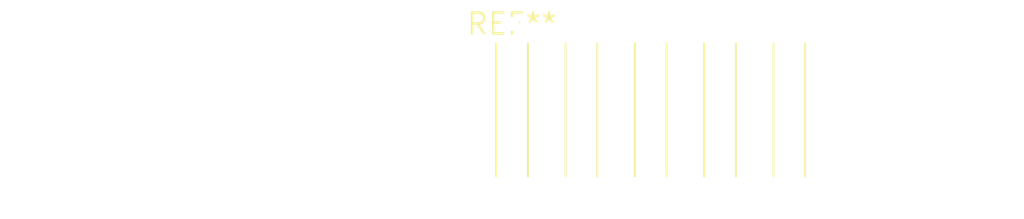
<source format=kicad_pcb>
(kicad_pcb (version 20240108) (generator pcbnew)
  (layers (0 "F.Cu" signal) (31 "B.Cu" signal) (34 "B.Paste" user) (35 "F.Paste" user) (36 "B.SilkS" user "B.Silkscreen") (37 "F.SilkS" user "F.Silkscreen") (38 "B.Mask" user) (39 "F.Mask" user) (44 "Edge.Cuts" user))
  (net 0 "")
  (footprint "SolderWire-0.25sqmm_1x05_P4.2mm_D0.65mm_OD1.7mm_Relief" (layer "F.Cu") (at 0 0)
    (property "Reference" "REF**")
    (property "Value" "SolderWire-0.25sqmm_1x05_P4.2mm_D0.65mm_OD1.7mm_Relief")
    (fp_line (start -0.96 1.185) (end -0.96 9.24) (layer "F.SilkS") (stroke (width 0.12)))
    (fp_line (start 0.96 1.185) (end 0.96 9.24) (layer "F.SilkS") (stroke (width 0.12)))
    (fp_line (start 3.24 1.185) (end 3.24 9.24) (layer "F.SilkS") (stroke (width 0.12)))
    (fp_line (start 5.16 1.185) (end 5.16 9.24) (layer "F.SilkS") (stroke (width 0.12)))
    (fp_line (start 7.44 1.185) (end 7.44 9.24) (layer "F.SilkS") (stroke (width 0.12)))
    (fp_line (start 9.36 1.185) (end 9.36 9.24) (layer "F.SilkS") (stroke (width 0.12)))
    (fp_line (start 11.64 1.185) (end 11.64 9.24) (layer "F.SilkS") (stroke (width 0.12)))
    (fp_line (start 13.56 1.185) (end 13.56 9.24) (layer "F.SilkS") (stroke (width 0.12)))
    (fp_line (start 15.84 1.185) (end 15.84 9.24) (layer "F.SilkS") (stroke (width 0.12)))
    (fp_line (start 17.76 1.185) (end 17.76 9.24) (layer "F.SilkS") (stroke (width 0.12)))
    (pad "" np_thru_hole circle (at 0 10.2) (size 2.2 2.2) (drill 2.2) (layers *.Cu *.Mask))
    (pad "" np_thru_hole circle (at 4.2 10.2) (size 2.2 2.2) (drill 2.2) (layers *.Cu *.Mask))
    (pad "" np_thru_hole circle (at 8.4 10.2) (size 2.2 2.2) (drill 2.2) (layers *.Cu *.Mask))
    (pad "" np_thru_hole circle (at 12.6 10.2) (size 2.2 2.2) (drill 2.2) (layers *.Cu *.Mask))
    (pad "" np_thru_hole circle (at 16.8 10.2) (size 2.2 2.2) (drill 2.2) (layers *.Cu *.Mask))
    (pad "1" thru_hole roundrect (at 0 0) (size 1.85 1.85) (drill 0.85) (layers *.Cu *.Mask) (remove_unused_layers) (roundrect_rratio 0.135135))
    (pad "2" thru_hole circle (at 4.2 0) (size 1.85 1.85) (drill 0.85) (layers *.Cu *.Mask) (remove_unused_layers))
    (pad "3" thru_hole circle (at 8.4 0) (size 1.85 1.85) (drill 0.85) (layers *.Cu *.Mask) (remove_unused_layers))
    (pad "4" thru_hole circle (at 12.6 0) (size 1.85 1.85) (drill 0.85) (layers *.Cu *.Mask) (remove_unused_layers))
    (pad "5" thru_hole circle (at 16.8 0) (size 1.85 1.85) (drill 0.85) (layers *.Cu *.Mask) (remove_unused_layers))
  )
)
</source>
